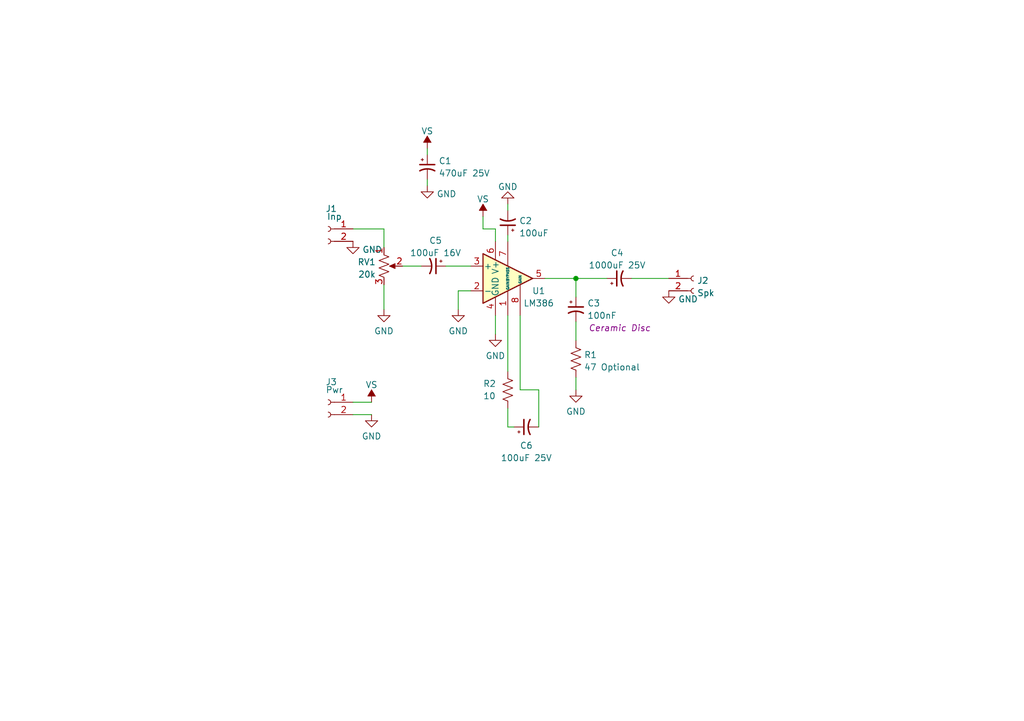
<source format=kicad_sch>
(kicad_sch (version 20211123) (generator eeschema)
  (paper "A5")
  (lib_symbols
    (symbol "Amplifier_Audio:LM386" (pin_names (offset 0.127))
      (property "Reference" "U" (at 1.27 7.62 0))
      (property "Value" "LM386" (at 1.27 5.08 0))
      (symbol "LM386_0_1"
        (polyline (pts (xy 5.08 0) (xy -5.08 5.08) (xy -5.08 -5.08) (xy 5.08 0)) (stroke (width 0.254)) (fill (type background)))
      )
      (symbol "LM386_1_1"
        (pin input line (at 0 -7.62 90) (length 5.08) (name "GAIN") (number "1"))
        (pin input line (at -7.62 -2.54 0) (length 2.54) (name "-") (number "2"))
        (pin input line (at -7.62 2.54 0) (length 2.54) (name "+") (number "3"))
        (pin power_in line (at -2.54 -7.62 90) (length 3.81) (name "GND") (number "4"))
        (pin output line (at 7.62 0 180) (length 2.54) (name "~") (number "5"))
        (pin power_in line (at -2.54 7.62 270) (length 3.81) (name "V+") (number "6"))
        (pin input line (at 0 7.62 270) (length 5.08) (name "BYPASS") (number "7"))
        (pin input line (at 2.54 -7.62 90) (length 6.35) (name "GAIN") (number "8"))
      )
    )
    (symbol "Connector:Conn_01x02_Female" (pin_names (offset 1.016) hide)
      (property "Reference" "J" (at 0 2.54 0))
      (property "Value" "Conn_01x02_Female" (at 0 -5.08 0))
      (symbol "Conn_01x02_Female_1_1"
        (arc (start 0 -2.032) (mid -0.508 -2.54) (end 0 -3.048) (stroke (width 0.1524)))
        (polyline (pts (xy -1.27 -2.54) (xy -0.508 -2.54)) (stroke (width 0.1524)))
        (polyline (pts (xy -1.27 0) (xy -0.508 0)) (stroke (width 0.1524)))
        (arc (start 0 0.508) (mid -0.508 0) (end 0 -0.508) (stroke (width 0.1524)))
        (pin passive line (at -5.08 0 0) (length 3.81) (name "Pin_1") (number "1"))
        (pin passive line (at -5.08 -2.54 0) (length 3.81) (name "Pin_2") (number "2"))
      )
    )
    (symbol "Device:C_Polarized_Small_US" (pin_numbers hide) (pin_names (offset 0.254) hide)
      (property "Reference" "C" (at 0.254 1.778 0))
      (property "Value" "C_Polarized_Small_US" (at 0.254 -2.032 0))
      (symbol "C_Polarized_Small_US_0_1"
        (polyline (pts (xy -1.524 0.508) (xy 1.524 0.508)) (stroke (width 0.3048)))
        (polyline (pts (xy -1.27 1.524) (xy -0.762 1.524)))
        (polyline (pts (xy -1.016 1.27) (xy -1.016 1.778)))
        (arc (start 1.524 -0.762) (mid 0 -0.3734) (end -1.524 -0.762) (stroke (width 0.3048)))
      )
      (symbol "C_Polarized_Small_US_1_1"
        (pin passive line (at 0 2.54 270) (length 2.032) (name "~") (number "1"))
        (pin passive line (at 0 -2.54 90) (length 2.032) (name "~") (number "2"))
      )
    )
    (symbol "Device:R_Potentiometer_US" (pin_names (offset 1.016) hide)
      (property "Reference" "RV" (at -4.445 0 90))
      (property "Value" "R_Potentiometer_US" (at -2.54 0 90))
      (symbol "R_Potentiometer_US_0_1"
        (polyline (pts (xy 0 -2.286) (xy 0 -2.54)))
        (polyline (pts (xy 0 2.54) (xy 0 2.286)))
        (polyline (pts (xy 2.54 0) (xy 1.524 0)))
        (polyline (pts (xy 1.143 0) (xy 2.286 0.508) (xy 2.286 -0.508) (xy 1.143 0)) (fill (type outline)))
        (polyline (pts (xy 0 -0.762) (xy 1.016 -1.143) (xy 0 -1.524) (xy -1.016 -1.905) (xy 0 -2.286)))
        (polyline (pts (xy 0 0.762) (xy 1.016 0.381) (xy 0 0) (xy -1.016 -0.381) (xy 0 -0.762)))
        (polyline (pts (xy 0 2.286) (xy 1.016 1.905) (xy 0 1.524) (xy -1.016 1.143) (xy 0 0.762)))
      )
      (symbol "R_Potentiometer_US_1_1"
        (pin passive line (at 0 3.81 270) (length 1.27) (name "1") (number "1"))
        (pin passive line (at 3.81 0 180) (length 1.27) (name "2") (number "2"))
        (pin passive line (at 0 -3.81 90) (length 1.27) (name "3") (number "3"))
      )
    )
    (symbol "Device:R_US" (pin_numbers hide) (pin_names (offset 0))
      (property "Reference" "R" (at 2.54 0 90))
      (property "Value" "R_US" (at -2.54 0 90))
      (symbol "R_US_0_1"
        (polyline (pts (xy 0 -2.286) (xy 0 -2.54)))
        (polyline (pts (xy 0 2.286) (xy 0 2.54)))
        (polyline (pts (xy 0 -0.762) (xy 1.016 -1.143) (xy 0 -1.524) (xy -1.016 -1.905) (xy 0 -2.286)))
        (polyline (pts (xy 0 0.762) (xy 1.016 0.381) (xy 0 0) (xy -1.016 -0.381) (xy 0 -0.762)))
        (polyline (pts (xy 0 2.286) (xy 1.016 1.905) (xy 0 1.524) (xy -1.016 1.143) (xy 0 0.762)))
      )
      (symbol "R_US_1_1"
        (pin passive line (at 0 3.81 270) (length 1.27) (name "~") (number "1"))
        (pin passive line (at 0 -3.81 90) (length 1.27) (name "~") (number "2"))
      )
    )
    (symbol "power:GND" (power) (pin_names (offset 0))
      (property "Value" "GND" (at 0 -3.81 0))
      (symbol "GND_0_1"
        (polyline (pts (xy 0 0) (xy 0 -1.27) (xy 1.27 -1.27) (xy 0 -2.54) (xy -1.27 -1.27) (xy 0 -1.27)))
      )
      (symbol "GND_1_1"
        (pin power_in line (at 0 0 270) (length 0) hide (name "GND") (number "1"))
      )
    )
    (symbol "power:VS" (power) (pin_names (offset 0))
      (property "Value" "VS" (at 0 3.81 0))
      (symbol "VS_0_1"
        (polyline (pts (xy 0 0) (xy 0 2.54)))
        (polyline (pts (xy 0.762 1.27) (xy -0.762 1.27) (xy 0 2.54) (xy 0.762 1.27)) (fill (type outline)))
      )
      (symbol "VS_1_1"
        (pin power_in line (at 0 0 90) (length 0) hide (name "VS") (number "1"))
      )
    )
  )
  (junction (at 118.11 57.15))
  (wire (pts (xy 96.52 59.69) (xy 93.98 59.69)))
  (wire (pts (xy 101.6 64.77) (xy 101.6 68.58)))
  (wire (pts (xy 72.39 46.99) (xy 78.74 46.99)))
  (wire (pts (xy 118.11 77.47) (xy 118.11 80.01)))
  (wire (pts (xy 104.14 64.77) (xy 104.14 76.2)))
  (wire (pts (xy 99.06 46.99) (xy 101.6 46.99)))
  (wire (pts (xy 93.98 59.69) (xy 93.98 63.5)))
  (wire (pts (xy 118.11 60.96) (xy 118.11 57.15)))
  (wire (pts (xy 99.06 44.45) (xy 99.06 46.99)))
  (wire (pts (xy 118.11 57.15) (xy 124.46 57.15)))
  (wire (pts (xy 82.55 54.61) (xy 86.36 54.61)))
  (wire (pts (xy 104.14 48.26) (xy 104.14 49.53)))
  (wire (pts (xy 78.74 58.42) (xy 78.74 63.5)))
  (wire (pts (xy 78.74 46.99) (xy 78.74 50.8)))
  (wire (pts (xy 101.6 46.99) (xy 101.6 49.53)))
  (wire (pts (xy 87.63 30.48) (xy 87.63 31.75)))
  (wire (pts (xy 118.11 57.15) (xy 111.76 57.15)))
  (wire (pts (xy 110.49 80.01) (xy 110.49 87.63)))
  (wire (pts (xy 72.39 85.09) (xy 76.2 85.09)))
  (wire (pts (xy 104.14 41.91) (xy 104.14 43.18)))
  (wire (pts (xy 104.14 87.63) (xy 105.41 87.63)))
  (wire (pts (xy 118.11 66.04) (xy 118.11 69.85)))
  (wire (pts (xy 87.63 38.1) (xy 87.63 36.83)))
  (wire (pts (xy 106.68 80.01) (xy 110.49 80.01)))
  (wire (pts (xy 106.68 64.77) (xy 106.68 80.01)))
  (wire (pts (xy 137.16 57.15) (xy 129.54 57.15)))
  (wire (pts (xy 72.39 82.55) (xy 76.2 82.55)))
  (wire (pts (xy 91.44 54.61) (xy 96.52 54.61)))
  (wire (pts (xy 104.14 83.82) (xy 104.14 87.63)))
  (symbol (lib_id "Device:R_US") (at 104.14 80.01 0) (unit 1)
    (property "Reference" "R2" (at 99.06 78.74 0) (effects (justify left)))
    (property "Value" "10" (at 99.06 81.2769 0) (effects (justify left)))
    (property "Footprint" "Resistor_THT:R_Axial_DIN0204_L3.6mm_D1.6mm_P2.54mm_Vertical" (effects hide))
  )
  (symbol (lib_id "Device:C_Polarized_Small_US") (at 104.14 45.72 180) (unit 1)
    (property "Reference" "C2" (at 106.4514 45.3171 0) (effects (justify right)))
    (property "Value" "100uF" (at 106.4514 47.854 0) (effects (justify right)))
    (property "Footprint" "Capacitor_THT:CP_Radial_D5.0mm_P2.50mm" (effects hide))
  )
  (symbol (lib_id "power:GND") (at 72.39 49.53 0) (unit 1)
    (property "Reference" "#PWR09" (effects hide))
    (property "Value" "GND" (at 74.295 51.2338 0) (effects (justify left)))
  )
  (symbol (lib_id "power:GND") (at 104.14 41.91 180) (unit 1)
    (property "Reference" "#PWR07" (effects hide))
    (property "Value" "GND" (at 104.14 38.3342 0))
  )
  (symbol (lib_id "Device:C_Polarized_Small_US") (at 88.9 54.61 270) (unit 1)
    (property "Reference" "C5" (at 89.3318 49.3608 90))
    (property "Value" "100uF 16V" (at 89.3318 51.8977 90))
    (property "Footprint" "Capacitor_THT:CP_Radial_D5.0mm_P2.50mm" (effects hide))
  )
  (symbol (lib_id "power:VS") (at 87.63 30.48 0) (unit 1)
    (property "Reference" "#PWR02" (effects hide))
    (property "Value" "VS" (at 87.63 26.9042 0))
  )
  (symbol (lib_id "power:VS") (at 99.06 44.45 0) (unit 1)
    (property "Reference" "#PWR05" (effects hide))
    (property "Value" "VS" (at 99.06 40.8742 0))
  )
  (symbol (lib_id "Device:C_Polarized_Small_US") (at 87.63 34.29 0) (unit 1)
    (property "Reference" "C1" (at 89.9414 33.0235 0) (effects (justify left)))
    (property "Value" "470uF 25V" (at 89.9414 35.5604 0) (effects (justify left)))
    (property "Footprint" "Capacitor_THT:CP_Radial_D5.0mm_P2.50mm" (effects hide))
  )
  (symbol (lib_id "power:GND") (at 101.6 68.58 0) (unit 1)
    (property "Reference" "#PWR06" (effects hide))
    (property "Value" "GND" (at 101.6 73.0234 0))
  )
  (symbol (lib_id "Device:C_Polarized_Small_US") (at 107.95 87.63 90) (unit 1)
    (property "Reference" "C6" (at 107.95 91.4431 90))
    (property "Value" "100uF 25V" (at 107.95 93.98 90))
    (property "Footprint" "Capacitor_THT:CP_Radial_D5.0mm_P2.50mm" (effects hide))
  )
  (symbol (lib_id "Device:C_Polarized_Small_US") (at 118.11 63.5 0) (unit 1)
    (property "Reference" "C3" (at 120.4214 62.2335 0) (effects (justify left)))
    (property "Value" "100nF" (at 120.4214 64.7704 0) (effects (justify left)))
    (property "Footprint" "Capacitor_THT:C_Disc_D8.0mm_W2.5mm_P5.00mm" (effects hide))
    (property "Type" "Ceramic Disc" (at 120.65 67.31 0) (effects (font italic) (justify left)))
  )
  (symbol (lib_id "power:GND") (at 76.2 85.09 0) (unit 1)
    (property "Reference" "#PWR012" (effects hide))
    (property "Value" "GND" (at 76.2 89.5334 0))
  )
  (symbol (lib_id "power:VS") (at 76.2 82.55 0) (unit 1)
    (property "Reference" "#PWR011" (effects hide))
    (property "Value" "VS" (at 76.2 78.9742 0))
  )
  (symbol (lib_id "Device:R_Potentiometer_US") (at 78.74 54.61 0) (unit 1)
    (property "Reference" "RV1" (at 77.0891 53.7753 0) (effects (justify right)))
    (property "Value" "20k" (at 77.0891 56.3122 0) (effects (justify right)))
    (property "Footprint" "Potentiometer_THT:Potentiometer_Alps_RK163_Single_Horizontal" (effects hide))
  )
  (symbol (lib_id "power:GND") (at 118.11 80.01 0) (unit 1)
    (property "Reference" "#PWR08" (effects hide))
    (property "Value" "GND" (at 118.11 84.4534 0))
  )
  (symbol (lib_id "power:GND") (at 93.98 63.5 0) (unit 1)
    (property "Reference" "#PWR04" (effects hide))
    (property "Value" "GND" (at 93.98 67.9434 0))
  )
  (symbol (lib_id "Device:C_Polarized_Small_US") (at 127 57.15 90) (unit 1)
    (property "Reference" "C4" (at 126.5682 51.9008 90))
    (property "Value" "1000uF 25V" (at 126.5682 54.4377 90))
    (property "Footprint" "Capacitor_THT:CP_Radial_D7.5mm_P2.50mm" (effects hide))
  )
  (symbol (lib_id "Connector:Conn_01x02_Female") (at 142.24 57.15 0) (unit 1)
    (property "Reference" "J2" (at 142.9512 57.5853 0) (effects (justify left)))
    (property "Value" "Spk" (at 142.9512 60.1222 0) (effects (justify left)))
    (property "Footprint" "Connector_PinHeader_2.54mm:PinHeader_1x02_P2.54mm_Vertical" (effects hide))
  )
  (symbol (lib_id "power:GND") (at 78.74 63.5 0) (unit 1)
    (property "Reference" "#PWR01" (effects hide))
    (property "Value" "GND" (at 78.74 67.9434 0))
  )
  (symbol (lib_id "Device:R_US") (at 118.11 73.66 0) (unit 1)
    (property "Reference" "R1" (at 119.761 72.8253 0) (effects (justify left)))
    (property "Value" "47 Optional" (at 119.761 75.3622 0) (effects (justify left)))
    (property "Footprint" "Resistor_THT:R_Axial_DIN0204_L3.6mm_D1.6mm_P2.54mm_Vertical" (effects hide))
  )
  (symbol (lib_id "power:GND") (at 87.63 38.1 0) (unit 1)
    (property "Reference" "#PWR03" (effects hide))
    (property "Value" "GND" (at 89.535 39.8038 0) (effects (justify left)))
  )
  (symbol (lib_id "Connector:Conn_01x02_Female") (at 67.31 46.99 0) (mirror y) (unit 1)
    (property "Reference" "J1" (at 67.945 42.833 0))
    (property "Value" "Inp" (at 68.58 44.45 0))
    (property "Footprint" "Connector_PinHeader_2.54mm:PinHeader_1x02_P2.54mm_Vertical" (effects hide))
  )
  (symbol (lib_id "Amplifier_Audio:LM386") (at 104.14 57.15 0) (unit 1)
    (property "Reference" "U1" (at 110.49 59.6931 0))
    (property "Value" "LM386" (at 110.49 62.23 0))
    (property "Footprint" "Package_DIP:DIP-8_W7.62mm_LongPads" (effects hide))
    (property "Datasheet" "http://www.ti.com/lit/ds/symlink/lm386.pdf" (effects hide))
  )
  (symbol (lib_id "power:GND") (at 137.16 59.69 0) (unit 1)
    (property "Reference" "#PWR010" (effects hide))
    (property "Value" "GND" (at 139.065 61.3938 0) (effects (justify left)))
  )
  (symbol (lib_id "Connector:Conn_01x02_Female") (at 67.31 82.55 0) (mirror y) (unit 1)
    (property "Reference" "J3" (at 67.945 78.393 0))
    (property "Value" "Pwr" (at 68.58 80.01 0))
    (property "Footprint" "Connector_PinHeader_2.54mm:PinHeader_1x02_P2.54mm_Vertical" (effects hide))
  )
)
</source>
